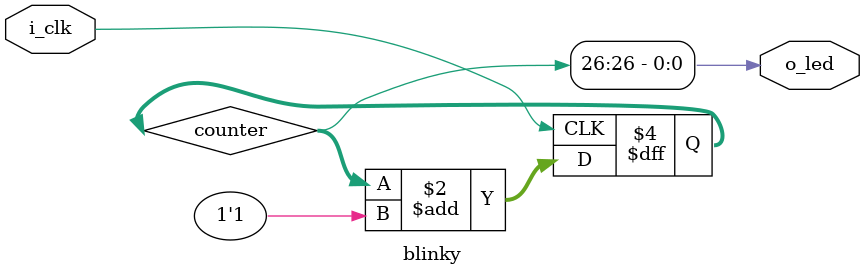
<source format=sv>
module blinky(  input   logic i_clk,
                output  logic o_led );

    parameter int WIDTH = 27;
    logic [WIDTH - 1:0] counter;
    initial counter = 0;

    always_ff @(posedge i_clk)
        counter <= counter + 1'b1;
    assign o_led = counter[WIDTH - 1];
endmodule

</source>
